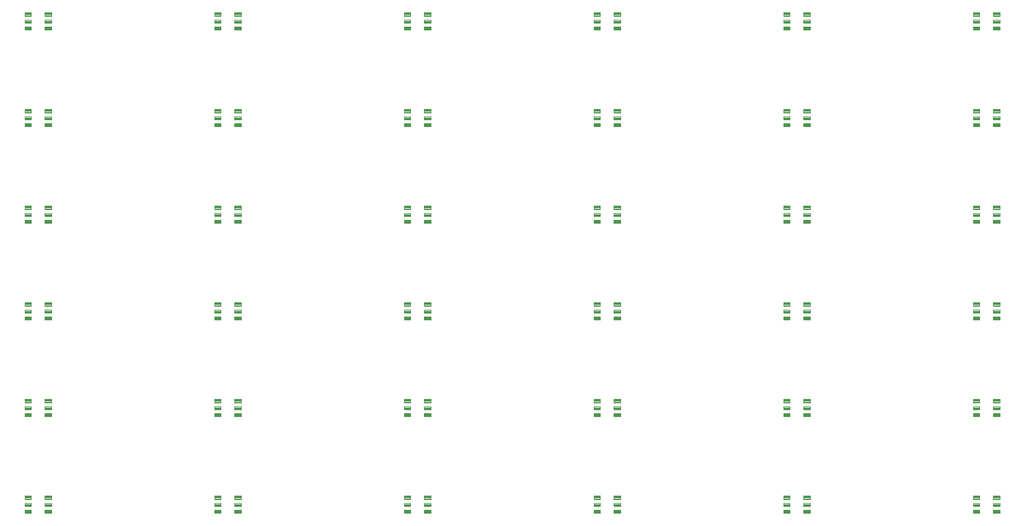
<source format=gbp>
G04 EAGLE Gerber RS-274X export*
G75*
%MOMM*%
%FSLAX34Y34*%
%LPD*%
%INSolderpaste Bottom*%
%IPPOS*%
%AMOC8*
5,1,8,0,0,1.08239X$1,22.5*%
G01*
%ADD10C,0.100581*%


D10*
X134489Y91039D02*
X143261Y91039D01*
X143261Y86457D01*
X134489Y86457D01*
X134489Y91039D01*
X134489Y87413D02*
X143261Y87413D01*
X143261Y88369D02*
X134489Y88369D01*
X134489Y89325D02*
X143261Y89325D01*
X143261Y90281D02*
X134489Y90281D01*
X134489Y81539D02*
X143261Y81539D01*
X143261Y76957D01*
X134489Y76957D01*
X134489Y81539D01*
X134489Y77913D02*
X143261Y77913D01*
X143261Y78869D02*
X134489Y78869D01*
X134489Y79825D02*
X143261Y79825D01*
X143261Y80781D02*
X134489Y80781D01*
X134489Y72039D02*
X143261Y72039D01*
X143261Y67457D01*
X134489Y67457D01*
X134489Y72039D01*
X134489Y68413D02*
X143261Y68413D01*
X143261Y69369D02*
X134489Y69369D01*
X134489Y70325D02*
X143261Y70325D01*
X143261Y71281D02*
X134489Y71281D01*
X115956Y72039D02*
X107184Y72039D01*
X115956Y72039D02*
X115956Y67457D01*
X107184Y67457D01*
X107184Y72039D01*
X107184Y68413D02*
X115956Y68413D01*
X115956Y69369D02*
X107184Y69369D01*
X107184Y70325D02*
X115956Y70325D01*
X115956Y71281D02*
X107184Y71281D01*
X107184Y81539D02*
X115956Y81539D01*
X115956Y76957D01*
X107184Y76957D01*
X107184Y81539D01*
X107184Y77913D02*
X115956Y77913D01*
X115956Y78869D02*
X107184Y78869D01*
X107184Y79825D02*
X115956Y79825D01*
X115956Y80781D02*
X107184Y80781D01*
X107184Y91039D02*
X115956Y91039D01*
X115956Y86457D01*
X107184Y86457D01*
X107184Y91039D01*
X107184Y87413D02*
X115956Y87413D01*
X115956Y88369D02*
X107184Y88369D01*
X107184Y89325D02*
X115956Y89325D01*
X115956Y90281D02*
X107184Y90281D01*
X393569Y91039D02*
X402341Y91039D01*
X402341Y86457D01*
X393569Y86457D01*
X393569Y91039D01*
X393569Y87413D02*
X402341Y87413D01*
X402341Y88369D02*
X393569Y88369D01*
X393569Y89325D02*
X402341Y89325D01*
X402341Y90281D02*
X393569Y90281D01*
X393569Y81539D02*
X402341Y81539D01*
X402341Y76957D01*
X393569Y76957D01*
X393569Y81539D01*
X393569Y77913D02*
X402341Y77913D01*
X402341Y78869D02*
X393569Y78869D01*
X393569Y79825D02*
X402341Y79825D01*
X402341Y80781D02*
X393569Y80781D01*
X393569Y72039D02*
X402341Y72039D01*
X402341Y67457D01*
X393569Y67457D01*
X393569Y72039D01*
X393569Y68413D02*
X402341Y68413D01*
X402341Y69369D02*
X393569Y69369D01*
X393569Y70325D02*
X402341Y70325D01*
X402341Y71281D02*
X393569Y71281D01*
X375036Y72039D02*
X366264Y72039D01*
X375036Y72039D02*
X375036Y67457D01*
X366264Y67457D01*
X366264Y72039D01*
X366264Y68413D02*
X375036Y68413D01*
X375036Y69369D02*
X366264Y69369D01*
X366264Y70325D02*
X375036Y70325D01*
X375036Y71281D02*
X366264Y71281D01*
X366264Y81539D02*
X375036Y81539D01*
X375036Y76957D01*
X366264Y76957D01*
X366264Y81539D01*
X366264Y77913D02*
X375036Y77913D01*
X375036Y78869D02*
X366264Y78869D01*
X366264Y79825D02*
X375036Y79825D01*
X375036Y80781D02*
X366264Y80781D01*
X366264Y91039D02*
X375036Y91039D01*
X375036Y86457D01*
X366264Y86457D01*
X366264Y91039D01*
X366264Y87413D02*
X375036Y87413D01*
X375036Y88369D02*
X366264Y88369D01*
X366264Y89325D02*
X375036Y89325D01*
X375036Y90281D02*
X366264Y90281D01*
X652649Y91039D02*
X661421Y91039D01*
X661421Y86457D01*
X652649Y86457D01*
X652649Y91039D01*
X652649Y87413D02*
X661421Y87413D01*
X661421Y88369D02*
X652649Y88369D01*
X652649Y89325D02*
X661421Y89325D01*
X661421Y90281D02*
X652649Y90281D01*
X652649Y81539D02*
X661421Y81539D01*
X661421Y76957D01*
X652649Y76957D01*
X652649Y81539D01*
X652649Y77913D02*
X661421Y77913D01*
X661421Y78869D02*
X652649Y78869D01*
X652649Y79825D02*
X661421Y79825D01*
X661421Y80781D02*
X652649Y80781D01*
X652649Y72039D02*
X661421Y72039D01*
X661421Y67457D01*
X652649Y67457D01*
X652649Y72039D01*
X652649Y68413D02*
X661421Y68413D01*
X661421Y69369D02*
X652649Y69369D01*
X652649Y70325D02*
X661421Y70325D01*
X661421Y71281D02*
X652649Y71281D01*
X634116Y72039D02*
X625344Y72039D01*
X634116Y72039D02*
X634116Y67457D01*
X625344Y67457D01*
X625344Y72039D01*
X625344Y68413D02*
X634116Y68413D01*
X634116Y69369D02*
X625344Y69369D01*
X625344Y70325D02*
X634116Y70325D01*
X634116Y71281D02*
X625344Y71281D01*
X625344Y81539D02*
X634116Y81539D01*
X634116Y76957D01*
X625344Y76957D01*
X625344Y81539D01*
X625344Y77913D02*
X634116Y77913D01*
X634116Y78869D02*
X625344Y78869D01*
X625344Y79825D02*
X634116Y79825D01*
X634116Y80781D02*
X625344Y80781D01*
X625344Y91039D02*
X634116Y91039D01*
X634116Y86457D01*
X625344Y86457D01*
X625344Y91039D01*
X625344Y87413D02*
X634116Y87413D01*
X634116Y88369D02*
X625344Y88369D01*
X625344Y89325D02*
X634116Y89325D01*
X634116Y90281D02*
X625344Y90281D01*
X911729Y91039D02*
X920501Y91039D01*
X920501Y86457D01*
X911729Y86457D01*
X911729Y91039D01*
X911729Y87413D02*
X920501Y87413D01*
X920501Y88369D02*
X911729Y88369D01*
X911729Y89325D02*
X920501Y89325D01*
X920501Y90281D02*
X911729Y90281D01*
X911729Y81539D02*
X920501Y81539D01*
X920501Y76957D01*
X911729Y76957D01*
X911729Y81539D01*
X911729Y77913D02*
X920501Y77913D01*
X920501Y78869D02*
X911729Y78869D01*
X911729Y79825D02*
X920501Y79825D01*
X920501Y80781D02*
X911729Y80781D01*
X911729Y72039D02*
X920501Y72039D01*
X920501Y67457D01*
X911729Y67457D01*
X911729Y72039D01*
X911729Y68413D02*
X920501Y68413D01*
X920501Y69369D02*
X911729Y69369D01*
X911729Y70325D02*
X920501Y70325D01*
X920501Y71281D02*
X911729Y71281D01*
X893196Y72039D02*
X884424Y72039D01*
X893196Y72039D02*
X893196Y67457D01*
X884424Y67457D01*
X884424Y72039D01*
X884424Y68413D02*
X893196Y68413D01*
X893196Y69369D02*
X884424Y69369D01*
X884424Y70325D02*
X893196Y70325D01*
X893196Y71281D02*
X884424Y71281D01*
X884424Y81539D02*
X893196Y81539D01*
X893196Y76957D01*
X884424Y76957D01*
X884424Y81539D01*
X884424Y77913D02*
X893196Y77913D01*
X893196Y78869D02*
X884424Y78869D01*
X884424Y79825D02*
X893196Y79825D01*
X893196Y80781D02*
X884424Y80781D01*
X884424Y91039D02*
X893196Y91039D01*
X893196Y86457D01*
X884424Y86457D01*
X884424Y91039D01*
X884424Y87413D02*
X893196Y87413D01*
X893196Y88369D02*
X884424Y88369D01*
X884424Y89325D02*
X893196Y89325D01*
X893196Y90281D02*
X884424Y90281D01*
X1170809Y91039D02*
X1179581Y91039D01*
X1179581Y86457D01*
X1170809Y86457D01*
X1170809Y91039D01*
X1170809Y87413D02*
X1179581Y87413D01*
X1179581Y88369D02*
X1170809Y88369D01*
X1170809Y89325D02*
X1179581Y89325D01*
X1179581Y90281D02*
X1170809Y90281D01*
X1170809Y81539D02*
X1179581Y81539D01*
X1179581Y76957D01*
X1170809Y76957D01*
X1170809Y81539D01*
X1170809Y77913D02*
X1179581Y77913D01*
X1179581Y78869D02*
X1170809Y78869D01*
X1170809Y79825D02*
X1179581Y79825D01*
X1179581Y80781D02*
X1170809Y80781D01*
X1170809Y72039D02*
X1179581Y72039D01*
X1179581Y67457D01*
X1170809Y67457D01*
X1170809Y72039D01*
X1170809Y68413D02*
X1179581Y68413D01*
X1179581Y69369D02*
X1170809Y69369D01*
X1170809Y70325D02*
X1179581Y70325D01*
X1179581Y71281D02*
X1170809Y71281D01*
X1152276Y72039D02*
X1143504Y72039D01*
X1152276Y72039D02*
X1152276Y67457D01*
X1143504Y67457D01*
X1143504Y72039D01*
X1143504Y68413D02*
X1152276Y68413D01*
X1152276Y69369D02*
X1143504Y69369D01*
X1143504Y70325D02*
X1152276Y70325D01*
X1152276Y71281D02*
X1143504Y71281D01*
X1143504Y81539D02*
X1152276Y81539D01*
X1152276Y76957D01*
X1143504Y76957D01*
X1143504Y81539D01*
X1143504Y77913D02*
X1152276Y77913D01*
X1152276Y78869D02*
X1143504Y78869D01*
X1143504Y79825D02*
X1152276Y79825D01*
X1152276Y80781D02*
X1143504Y80781D01*
X1143504Y91039D02*
X1152276Y91039D01*
X1152276Y86457D01*
X1143504Y86457D01*
X1143504Y91039D01*
X1143504Y87413D02*
X1152276Y87413D01*
X1152276Y88369D02*
X1143504Y88369D01*
X1143504Y89325D02*
X1152276Y89325D01*
X1152276Y90281D02*
X1143504Y90281D01*
X1429889Y91039D02*
X1438661Y91039D01*
X1438661Y86457D01*
X1429889Y86457D01*
X1429889Y91039D01*
X1429889Y87413D02*
X1438661Y87413D01*
X1438661Y88369D02*
X1429889Y88369D01*
X1429889Y89325D02*
X1438661Y89325D01*
X1438661Y90281D02*
X1429889Y90281D01*
X1429889Y81539D02*
X1438661Y81539D01*
X1438661Y76957D01*
X1429889Y76957D01*
X1429889Y81539D01*
X1429889Y77913D02*
X1438661Y77913D01*
X1438661Y78869D02*
X1429889Y78869D01*
X1429889Y79825D02*
X1438661Y79825D01*
X1438661Y80781D02*
X1429889Y80781D01*
X1429889Y72039D02*
X1438661Y72039D01*
X1438661Y67457D01*
X1429889Y67457D01*
X1429889Y72039D01*
X1429889Y68413D02*
X1438661Y68413D01*
X1438661Y69369D02*
X1429889Y69369D01*
X1429889Y70325D02*
X1438661Y70325D01*
X1438661Y71281D02*
X1429889Y71281D01*
X1411356Y72039D02*
X1402584Y72039D01*
X1411356Y72039D02*
X1411356Y67457D01*
X1402584Y67457D01*
X1402584Y72039D01*
X1402584Y68413D02*
X1411356Y68413D01*
X1411356Y69369D02*
X1402584Y69369D01*
X1402584Y70325D02*
X1411356Y70325D01*
X1411356Y71281D02*
X1402584Y71281D01*
X1402584Y81539D02*
X1411356Y81539D01*
X1411356Y76957D01*
X1402584Y76957D01*
X1402584Y81539D01*
X1402584Y77913D02*
X1411356Y77913D01*
X1411356Y78869D02*
X1402584Y78869D01*
X1402584Y79825D02*
X1411356Y79825D01*
X1411356Y80781D02*
X1402584Y80781D01*
X1402584Y91039D02*
X1411356Y91039D01*
X1411356Y86457D01*
X1402584Y86457D01*
X1402584Y91039D01*
X1402584Y87413D02*
X1411356Y87413D01*
X1411356Y88369D02*
X1402584Y88369D01*
X1402584Y89325D02*
X1411356Y89325D01*
X1411356Y90281D02*
X1402584Y90281D01*
X143261Y223119D02*
X134489Y223119D01*
X143261Y223119D02*
X143261Y218537D01*
X134489Y218537D01*
X134489Y223119D01*
X134489Y219493D02*
X143261Y219493D01*
X143261Y220449D02*
X134489Y220449D01*
X134489Y221405D02*
X143261Y221405D01*
X143261Y222361D02*
X134489Y222361D01*
X134489Y213619D02*
X143261Y213619D01*
X143261Y209037D01*
X134489Y209037D01*
X134489Y213619D01*
X134489Y209993D02*
X143261Y209993D01*
X143261Y210949D02*
X134489Y210949D01*
X134489Y211905D02*
X143261Y211905D01*
X143261Y212861D02*
X134489Y212861D01*
X134489Y204119D02*
X143261Y204119D01*
X143261Y199537D01*
X134489Y199537D01*
X134489Y204119D01*
X134489Y200493D02*
X143261Y200493D01*
X143261Y201449D02*
X134489Y201449D01*
X134489Y202405D02*
X143261Y202405D01*
X143261Y203361D02*
X134489Y203361D01*
X115956Y204119D02*
X107184Y204119D01*
X115956Y204119D02*
X115956Y199537D01*
X107184Y199537D01*
X107184Y204119D01*
X107184Y200493D02*
X115956Y200493D01*
X115956Y201449D02*
X107184Y201449D01*
X107184Y202405D02*
X115956Y202405D01*
X115956Y203361D02*
X107184Y203361D01*
X107184Y213619D02*
X115956Y213619D01*
X115956Y209037D01*
X107184Y209037D01*
X107184Y213619D01*
X107184Y209993D02*
X115956Y209993D01*
X115956Y210949D02*
X107184Y210949D01*
X107184Y211905D02*
X115956Y211905D01*
X115956Y212861D02*
X107184Y212861D01*
X107184Y223119D02*
X115956Y223119D01*
X115956Y218537D01*
X107184Y218537D01*
X107184Y223119D01*
X107184Y219493D02*
X115956Y219493D01*
X115956Y220449D02*
X107184Y220449D01*
X107184Y221405D02*
X115956Y221405D01*
X115956Y222361D02*
X107184Y222361D01*
X393569Y223119D02*
X402341Y223119D01*
X402341Y218537D01*
X393569Y218537D01*
X393569Y223119D01*
X393569Y219493D02*
X402341Y219493D01*
X402341Y220449D02*
X393569Y220449D01*
X393569Y221405D02*
X402341Y221405D01*
X402341Y222361D02*
X393569Y222361D01*
X393569Y213619D02*
X402341Y213619D01*
X402341Y209037D01*
X393569Y209037D01*
X393569Y213619D01*
X393569Y209993D02*
X402341Y209993D01*
X402341Y210949D02*
X393569Y210949D01*
X393569Y211905D02*
X402341Y211905D01*
X402341Y212861D02*
X393569Y212861D01*
X393569Y204119D02*
X402341Y204119D01*
X402341Y199537D01*
X393569Y199537D01*
X393569Y204119D01*
X393569Y200493D02*
X402341Y200493D01*
X402341Y201449D02*
X393569Y201449D01*
X393569Y202405D02*
X402341Y202405D01*
X402341Y203361D02*
X393569Y203361D01*
X375036Y204119D02*
X366264Y204119D01*
X375036Y204119D02*
X375036Y199537D01*
X366264Y199537D01*
X366264Y204119D01*
X366264Y200493D02*
X375036Y200493D01*
X375036Y201449D02*
X366264Y201449D01*
X366264Y202405D02*
X375036Y202405D01*
X375036Y203361D02*
X366264Y203361D01*
X366264Y213619D02*
X375036Y213619D01*
X375036Y209037D01*
X366264Y209037D01*
X366264Y213619D01*
X366264Y209993D02*
X375036Y209993D01*
X375036Y210949D02*
X366264Y210949D01*
X366264Y211905D02*
X375036Y211905D01*
X375036Y212861D02*
X366264Y212861D01*
X366264Y223119D02*
X375036Y223119D01*
X375036Y218537D01*
X366264Y218537D01*
X366264Y223119D01*
X366264Y219493D02*
X375036Y219493D01*
X375036Y220449D02*
X366264Y220449D01*
X366264Y221405D02*
X375036Y221405D01*
X375036Y222361D02*
X366264Y222361D01*
X652649Y223119D02*
X661421Y223119D01*
X661421Y218537D01*
X652649Y218537D01*
X652649Y223119D01*
X652649Y219493D02*
X661421Y219493D01*
X661421Y220449D02*
X652649Y220449D01*
X652649Y221405D02*
X661421Y221405D01*
X661421Y222361D02*
X652649Y222361D01*
X652649Y213619D02*
X661421Y213619D01*
X661421Y209037D01*
X652649Y209037D01*
X652649Y213619D01*
X652649Y209993D02*
X661421Y209993D01*
X661421Y210949D02*
X652649Y210949D01*
X652649Y211905D02*
X661421Y211905D01*
X661421Y212861D02*
X652649Y212861D01*
X652649Y204119D02*
X661421Y204119D01*
X661421Y199537D01*
X652649Y199537D01*
X652649Y204119D01*
X652649Y200493D02*
X661421Y200493D01*
X661421Y201449D02*
X652649Y201449D01*
X652649Y202405D02*
X661421Y202405D01*
X661421Y203361D02*
X652649Y203361D01*
X634116Y204119D02*
X625344Y204119D01*
X634116Y204119D02*
X634116Y199537D01*
X625344Y199537D01*
X625344Y204119D01*
X625344Y200493D02*
X634116Y200493D01*
X634116Y201449D02*
X625344Y201449D01*
X625344Y202405D02*
X634116Y202405D01*
X634116Y203361D02*
X625344Y203361D01*
X625344Y213619D02*
X634116Y213619D01*
X634116Y209037D01*
X625344Y209037D01*
X625344Y213619D01*
X625344Y209993D02*
X634116Y209993D01*
X634116Y210949D02*
X625344Y210949D01*
X625344Y211905D02*
X634116Y211905D01*
X634116Y212861D02*
X625344Y212861D01*
X625344Y223119D02*
X634116Y223119D01*
X634116Y218537D01*
X625344Y218537D01*
X625344Y223119D01*
X625344Y219493D02*
X634116Y219493D01*
X634116Y220449D02*
X625344Y220449D01*
X625344Y221405D02*
X634116Y221405D01*
X634116Y222361D02*
X625344Y222361D01*
X911729Y223119D02*
X920501Y223119D01*
X920501Y218537D01*
X911729Y218537D01*
X911729Y223119D01*
X911729Y219493D02*
X920501Y219493D01*
X920501Y220449D02*
X911729Y220449D01*
X911729Y221405D02*
X920501Y221405D01*
X920501Y222361D02*
X911729Y222361D01*
X911729Y213619D02*
X920501Y213619D01*
X920501Y209037D01*
X911729Y209037D01*
X911729Y213619D01*
X911729Y209993D02*
X920501Y209993D01*
X920501Y210949D02*
X911729Y210949D01*
X911729Y211905D02*
X920501Y211905D01*
X920501Y212861D02*
X911729Y212861D01*
X911729Y204119D02*
X920501Y204119D01*
X920501Y199537D01*
X911729Y199537D01*
X911729Y204119D01*
X911729Y200493D02*
X920501Y200493D01*
X920501Y201449D02*
X911729Y201449D01*
X911729Y202405D02*
X920501Y202405D01*
X920501Y203361D02*
X911729Y203361D01*
X893196Y204119D02*
X884424Y204119D01*
X893196Y204119D02*
X893196Y199537D01*
X884424Y199537D01*
X884424Y204119D01*
X884424Y200493D02*
X893196Y200493D01*
X893196Y201449D02*
X884424Y201449D01*
X884424Y202405D02*
X893196Y202405D01*
X893196Y203361D02*
X884424Y203361D01*
X884424Y213619D02*
X893196Y213619D01*
X893196Y209037D01*
X884424Y209037D01*
X884424Y213619D01*
X884424Y209993D02*
X893196Y209993D01*
X893196Y210949D02*
X884424Y210949D01*
X884424Y211905D02*
X893196Y211905D01*
X893196Y212861D02*
X884424Y212861D01*
X884424Y223119D02*
X893196Y223119D01*
X893196Y218537D01*
X884424Y218537D01*
X884424Y223119D01*
X884424Y219493D02*
X893196Y219493D01*
X893196Y220449D02*
X884424Y220449D01*
X884424Y221405D02*
X893196Y221405D01*
X893196Y222361D02*
X884424Y222361D01*
X1170809Y223119D02*
X1179581Y223119D01*
X1179581Y218537D01*
X1170809Y218537D01*
X1170809Y223119D01*
X1170809Y219493D02*
X1179581Y219493D01*
X1179581Y220449D02*
X1170809Y220449D01*
X1170809Y221405D02*
X1179581Y221405D01*
X1179581Y222361D02*
X1170809Y222361D01*
X1170809Y213619D02*
X1179581Y213619D01*
X1179581Y209037D01*
X1170809Y209037D01*
X1170809Y213619D01*
X1170809Y209993D02*
X1179581Y209993D01*
X1179581Y210949D02*
X1170809Y210949D01*
X1170809Y211905D02*
X1179581Y211905D01*
X1179581Y212861D02*
X1170809Y212861D01*
X1170809Y204119D02*
X1179581Y204119D01*
X1179581Y199537D01*
X1170809Y199537D01*
X1170809Y204119D01*
X1170809Y200493D02*
X1179581Y200493D01*
X1179581Y201449D02*
X1170809Y201449D01*
X1170809Y202405D02*
X1179581Y202405D01*
X1179581Y203361D02*
X1170809Y203361D01*
X1152276Y204119D02*
X1143504Y204119D01*
X1152276Y204119D02*
X1152276Y199537D01*
X1143504Y199537D01*
X1143504Y204119D01*
X1143504Y200493D02*
X1152276Y200493D01*
X1152276Y201449D02*
X1143504Y201449D01*
X1143504Y202405D02*
X1152276Y202405D01*
X1152276Y203361D02*
X1143504Y203361D01*
X1143504Y213619D02*
X1152276Y213619D01*
X1152276Y209037D01*
X1143504Y209037D01*
X1143504Y213619D01*
X1143504Y209993D02*
X1152276Y209993D01*
X1152276Y210949D02*
X1143504Y210949D01*
X1143504Y211905D02*
X1152276Y211905D01*
X1152276Y212861D02*
X1143504Y212861D01*
X1143504Y223119D02*
X1152276Y223119D01*
X1152276Y218537D01*
X1143504Y218537D01*
X1143504Y223119D01*
X1143504Y219493D02*
X1152276Y219493D01*
X1152276Y220449D02*
X1143504Y220449D01*
X1143504Y221405D02*
X1152276Y221405D01*
X1152276Y222361D02*
X1143504Y222361D01*
X1429889Y223119D02*
X1438661Y223119D01*
X1438661Y218537D01*
X1429889Y218537D01*
X1429889Y223119D01*
X1429889Y219493D02*
X1438661Y219493D01*
X1438661Y220449D02*
X1429889Y220449D01*
X1429889Y221405D02*
X1438661Y221405D01*
X1438661Y222361D02*
X1429889Y222361D01*
X1429889Y213619D02*
X1438661Y213619D01*
X1438661Y209037D01*
X1429889Y209037D01*
X1429889Y213619D01*
X1429889Y209993D02*
X1438661Y209993D01*
X1438661Y210949D02*
X1429889Y210949D01*
X1429889Y211905D02*
X1438661Y211905D01*
X1438661Y212861D02*
X1429889Y212861D01*
X1429889Y204119D02*
X1438661Y204119D01*
X1438661Y199537D01*
X1429889Y199537D01*
X1429889Y204119D01*
X1429889Y200493D02*
X1438661Y200493D01*
X1438661Y201449D02*
X1429889Y201449D01*
X1429889Y202405D02*
X1438661Y202405D01*
X1438661Y203361D02*
X1429889Y203361D01*
X1411356Y204119D02*
X1402584Y204119D01*
X1411356Y204119D02*
X1411356Y199537D01*
X1402584Y199537D01*
X1402584Y204119D01*
X1402584Y200493D02*
X1411356Y200493D01*
X1411356Y201449D02*
X1402584Y201449D01*
X1402584Y202405D02*
X1411356Y202405D01*
X1411356Y203361D02*
X1402584Y203361D01*
X1402584Y213619D02*
X1411356Y213619D01*
X1411356Y209037D01*
X1402584Y209037D01*
X1402584Y213619D01*
X1402584Y209993D02*
X1411356Y209993D01*
X1411356Y210949D02*
X1402584Y210949D01*
X1402584Y211905D02*
X1411356Y211905D01*
X1411356Y212861D02*
X1402584Y212861D01*
X1402584Y223119D02*
X1411356Y223119D01*
X1411356Y218537D01*
X1402584Y218537D01*
X1402584Y223119D01*
X1402584Y219493D02*
X1411356Y219493D01*
X1411356Y220449D02*
X1402584Y220449D01*
X1402584Y221405D02*
X1411356Y221405D01*
X1411356Y222361D02*
X1402584Y222361D01*
X143261Y355199D02*
X134489Y355199D01*
X143261Y355199D02*
X143261Y350617D01*
X134489Y350617D01*
X134489Y355199D01*
X134489Y351573D02*
X143261Y351573D01*
X143261Y352529D02*
X134489Y352529D01*
X134489Y353485D02*
X143261Y353485D01*
X143261Y354441D02*
X134489Y354441D01*
X134489Y345699D02*
X143261Y345699D01*
X143261Y341117D01*
X134489Y341117D01*
X134489Y345699D01*
X134489Y342073D02*
X143261Y342073D01*
X143261Y343029D02*
X134489Y343029D01*
X134489Y343985D02*
X143261Y343985D01*
X143261Y344941D02*
X134489Y344941D01*
X134489Y336199D02*
X143261Y336199D01*
X143261Y331617D01*
X134489Y331617D01*
X134489Y336199D01*
X134489Y332573D02*
X143261Y332573D01*
X143261Y333529D02*
X134489Y333529D01*
X134489Y334485D02*
X143261Y334485D01*
X143261Y335441D02*
X134489Y335441D01*
X115956Y336199D02*
X107184Y336199D01*
X115956Y336199D02*
X115956Y331617D01*
X107184Y331617D01*
X107184Y336199D01*
X107184Y332573D02*
X115956Y332573D01*
X115956Y333529D02*
X107184Y333529D01*
X107184Y334485D02*
X115956Y334485D01*
X115956Y335441D02*
X107184Y335441D01*
X107184Y345699D02*
X115956Y345699D01*
X115956Y341117D01*
X107184Y341117D01*
X107184Y345699D01*
X107184Y342073D02*
X115956Y342073D01*
X115956Y343029D02*
X107184Y343029D01*
X107184Y343985D02*
X115956Y343985D01*
X115956Y344941D02*
X107184Y344941D01*
X107184Y355199D02*
X115956Y355199D01*
X115956Y350617D01*
X107184Y350617D01*
X107184Y355199D01*
X107184Y351573D02*
X115956Y351573D01*
X115956Y352529D02*
X107184Y352529D01*
X107184Y353485D02*
X115956Y353485D01*
X115956Y354441D02*
X107184Y354441D01*
X393569Y355199D02*
X402341Y355199D01*
X402341Y350617D01*
X393569Y350617D01*
X393569Y355199D01*
X393569Y351573D02*
X402341Y351573D01*
X402341Y352529D02*
X393569Y352529D01*
X393569Y353485D02*
X402341Y353485D01*
X402341Y354441D02*
X393569Y354441D01*
X393569Y345699D02*
X402341Y345699D01*
X402341Y341117D01*
X393569Y341117D01*
X393569Y345699D01*
X393569Y342073D02*
X402341Y342073D01*
X402341Y343029D02*
X393569Y343029D01*
X393569Y343985D02*
X402341Y343985D01*
X402341Y344941D02*
X393569Y344941D01*
X393569Y336199D02*
X402341Y336199D01*
X402341Y331617D01*
X393569Y331617D01*
X393569Y336199D01*
X393569Y332573D02*
X402341Y332573D01*
X402341Y333529D02*
X393569Y333529D01*
X393569Y334485D02*
X402341Y334485D01*
X402341Y335441D02*
X393569Y335441D01*
X375036Y336199D02*
X366264Y336199D01*
X375036Y336199D02*
X375036Y331617D01*
X366264Y331617D01*
X366264Y336199D01*
X366264Y332573D02*
X375036Y332573D01*
X375036Y333529D02*
X366264Y333529D01*
X366264Y334485D02*
X375036Y334485D01*
X375036Y335441D02*
X366264Y335441D01*
X366264Y345699D02*
X375036Y345699D01*
X375036Y341117D01*
X366264Y341117D01*
X366264Y345699D01*
X366264Y342073D02*
X375036Y342073D01*
X375036Y343029D02*
X366264Y343029D01*
X366264Y343985D02*
X375036Y343985D01*
X375036Y344941D02*
X366264Y344941D01*
X366264Y355199D02*
X375036Y355199D01*
X375036Y350617D01*
X366264Y350617D01*
X366264Y355199D01*
X366264Y351573D02*
X375036Y351573D01*
X375036Y352529D02*
X366264Y352529D01*
X366264Y353485D02*
X375036Y353485D01*
X375036Y354441D02*
X366264Y354441D01*
X652649Y355199D02*
X661421Y355199D01*
X661421Y350617D01*
X652649Y350617D01*
X652649Y355199D01*
X652649Y351573D02*
X661421Y351573D01*
X661421Y352529D02*
X652649Y352529D01*
X652649Y353485D02*
X661421Y353485D01*
X661421Y354441D02*
X652649Y354441D01*
X652649Y345699D02*
X661421Y345699D01*
X661421Y341117D01*
X652649Y341117D01*
X652649Y345699D01*
X652649Y342073D02*
X661421Y342073D01*
X661421Y343029D02*
X652649Y343029D01*
X652649Y343985D02*
X661421Y343985D01*
X661421Y344941D02*
X652649Y344941D01*
X652649Y336199D02*
X661421Y336199D01*
X661421Y331617D01*
X652649Y331617D01*
X652649Y336199D01*
X652649Y332573D02*
X661421Y332573D01*
X661421Y333529D02*
X652649Y333529D01*
X652649Y334485D02*
X661421Y334485D01*
X661421Y335441D02*
X652649Y335441D01*
X634116Y336199D02*
X625344Y336199D01*
X634116Y336199D02*
X634116Y331617D01*
X625344Y331617D01*
X625344Y336199D01*
X625344Y332573D02*
X634116Y332573D01*
X634116Y333529D02*
X625344Y333529D01*
X625344Y334485D02*
X634116Y334485D01*
X634116Y335441D02*
X625344Y335441D01*
X625344Y345699D02*
X634116Y345699D01*
X634116Y341117D01*
X625344Y341117D01*
X625344Y345699D01*
X625344Y342073D02*
X634116Y342073D01*
X634116Y343029D02*
X625344Y343029D01*
X625344Y343985D02*
X634116Y343985D01*
X634116Y344941D02*
X625344Y344941D01*
X625344Y355199D02*
X634116Y355199D01*
X634116Y350617D01*
X625344Y350617D01*
X625344Y355199D01*
X625344Y351573D02*
X634116Y351573D01*
X634116Y352529D02*
X625344Y352529D01*
X625344Y353485D02*
X634116Y353485D01*
X634116Y354441D02*
X625344Y354441D01*
X911729Y355199D02*
X920501Y355199D01*
X920501Y350617D01*
X911729Y350617D01*
X911729Y355199D01*
X911729Y351573D02*
X920501Y351573D01*
X920501Y352529D02*
X911729Y352529D01*
X911729Y353485D02*
X920501Y353485D01*
X920501Y354441D02*
X911729Y354441D01*
X911729Y345699D02*
X920501Y345699D01*
X920501Y341117D01*
X911729Y341117D01*
X911729Y345699D01*
X911729Y342073D02*
X920501Y342073D01*
X920501Y343029D02*
X911729Y343029D01*
X911729Y343985D02*
X920501Y343985D01*
X920501Y344941D02*
X911729Y344941D01*
X911729Y336199D02*
X920501Y336199D01*
X920501Y331617D01*
X911729Y331617D01*
X911729Y336199D01*
X911729Y332573D02*
X920501Y332573D01*
X920501Y333529D02*
X911729Y333529D01*
X911729Y334485D02*
X920501Y334485D01*
X920501Y335441D02*
X911729Y335441D01*
X893196Y336199D02*
X884424Y336199D01*
X893196Y336199D02*
X893196Y331617D01*
X884424Y331617D01*
X884424Y336199D01*
X884424Y332573D02*
X893196Y332573D01*
X893196Y333529D02*
X884424Y333529D01*
X884424Y334485D02*
X893196Y334485D01*
X893196Y335441D02*
X884424Y335441D01*
X884424Y345699D02*
X893196Y345699D01*
X893196Y341117D01*
X884424Y341117D01*
X884424Y345699D01*
X884424Y342073D02*
X893196Y342073D01*
X893196Y343029D02*
X884424Y343029D01*
X884424Y343985D02*
X893196Y343985D01*
X893196Y344941D02*
X884424Y344941D01*
X884424Y355199D02*
X893196Y355199D01*
X893196Y350617D01*
X884424Y350617D01*
X884424Y355199D01*
X884424Y351573D02*
X893196Y351573D01*
X893196Y352529D02*
X884424Y352529D01*
X884424Y353485D02*
X893196Y353485D01*
X893196Y354441D02*
X884424Y354441D01*
X1170809Y355199D02*
X1179581Y355199D01*
X1179581Y350617D01*
X1170809Y350617D01*
X1170809Y355199D01*
X1170809Y351573D02*
X1179581Y351573D01*
X1179581Y352529D02*
X1170809Y352529D01*
X1170809Y353485D02*
X1179581Y353485D01*
X1179581Y354441D02*
X1170809Y354441D01*
X1170809Y345699D02*
X1179581Y345699D01*
X1179581Y341117D01*
X1170809Y341117D01*
X1170809Y345699D01*
X1170809Y342073D02*
X1179581Y342073D01*
X1179581Y343029D02*
X1170809Y343029D01*
X1170809Y343985D02*
X1179581Y343985D01*
X1179581Y344941D02*
X1170809Y344941D01*
X1170809Y336199D02*
X1179581Y336199D01*
X1179581Y331617D01*
X1170809Y331617D01*
X1170809Y336199D01*
X1170809Y332573D02*
X1179581Y332573D01*
X1179581Y333529D02*
X1170809Y333529D01*
X1170809Y334485D02*
X1179581Y334485D01*
X1179581Y335441D02*
X1170809Y335441D01*
X1152276Y336199D02*
X1143504Y336199D01*
X1152276Y336199D02*
X1152276Y331617D01*
X1143504Y331617D01*
X1143504Y336199D01*
X1143504Y332573D02*
X1152276Y332573D01*
X1152276Y333529D02*
X1143504Y333529D01*
X1143504Y334485D02*
X1152276Y334485D01*
X1152276Y335441D02*
X1143504Y335441D01*
X1143504Y345699D02*
X1152276Y345699D01*
X1152276Y341117D01*
X1143504Y341117D01*
X1143504Y345699D01*
X1143504Y342073D02*
X1152276Y342073D01*
X1152276Y343029D02*
X1143504Y343029D01*
X1143504Y343985D02*
X1152276Y343985D01*
X1152276Y344941D02*
X1143504Y344941D01*
X1143504Y355199D02*
X1152276Y355199D01*
X1152276Y350617D01*
X1143504Y350617D01*
X1143504Y355199D01*
X1143504Y351573D02*
X1152276Y351573D01*
X1152276Y352529D02*
X1143504Y352529D01*
X1143504Y353485D02*
X1152276Y353485D01*
X1152276Y354441D02*
X1143504Y354441D01*
X1429889Y355199D02*
X1438661Y355199D01*
X1438661Y350617D01*
X1429889Y350617D01*
X1429889Y355199D01*
X1429889Y351573D02*
X1438661Y351573D01*
X1438661Y352529D02*
X1429889Y352529D01*
X1429889Y353485D02*
X1438661Y353485D01*
X1438661Y354441D02*
X1429889Y354441D01*
X1429889Y345699D02*
X1438661Y345699D01*
X1438661Y341117D01*
X1429889Y341117D01*
X1429889Y345699D01*
X1429889Y342073D02*
X1438661Y342073D01*
X1438661Y343029D02*
X1429889Y343029D01*
X1429889Y343985D02*
X1438661Y343985D01*
X1438661Y344941D02*
X1429889Y344941D01*
X1429889Y336199D02*
X1438661Y336199D01*
X1438661Y331617D01*
X1429889Y331617D01*
X1429889Y336199D01*
X1429889Y332573D02*
X1438661Y332573D01*
X1438661Y333529D02*
X1429889Y333529D01*
X1429889Y334485D02*
X1438661Y334485D01*
X1438661Y335441D02*
X1429889Y335441D01*
X1411356Y336199D02*
X1402584Y336199D01*
X1411356Y336199D02*
X1411356Y331617D01*
X1402584Y331617D01*
X1402584Y336199D01*
X1402584Y332573D02*
X1411356Y332573D01*
X1411356Y333529D02*
X1402584Y333529D01*
X1402584Y334485D02*
X1411356Y334485D01*
X1411356Y335441D02*
X1402584Y335441D01*
X1402584Y345699D02*
X1411356Y345699D01*
X1411356Y341117D01*
X1402584Y341117D01*
X1402584Y345699D01*
X1402584Y342073D02*
X1411356Y342073D01*
X1411356Y343029D02*
X1402584Y343029D01*
X1402584Y343985D02*
X1411356Y343985D01*
X1411356Y344941D02*
X1402584Y344941D01*
X1402584Y355199D02*
X1411356Y355199D01*
X1411356Y350617D01*
X1402584Y350617D01*
X1402584Y355199D01*
X1402584Y351573D02*
X1411356Y351573D01*
X1411356Y352529D02*
X1402584Y352529D01*
X1402584Y353485D02*
X1411356Y353485D01*
X1411356Y354441D02*
X1402584Y354441D01*
X143261Y487279D02*
X134489Y487279D01*
X143261Y487279D02*
X143261Y482697D01*
X134489Y482697D01*
X134489Y487279D01*
X134489Y483653D02*
X143261Y483653D01*
X143261Y484609D02*
X134489Y484609D01*
X134489Y485565D02*
X143261Y485565D01*
X143261Y486521D02*
X134489Y486521D01*
X134489Y477779D02*
X143261Y477779D01*
X143261Y473197D01*
X134489Y473197D01*
X134489Y477779D01*
X134489Y474153D02*
X143261Y474153D01*
X143261Y475109D02*
X134489Y475109D01*
X134489Y476065D02*
X143261Y476065D01*
X143261Y477021D02*
X134489Y477021D01*
X134489Y468279D02*
X143261Y468279D01*
X143261Y463697D01*
X134489Y463697D01*
X134489Y468279D01*
X134489Y464653D02*
X143261Y464653D01*
X143261Y465609D02*
X134489Y465609D01*
X134489Y466565D02*
X143261Y466565D01*
X143261Y467521D02*
X134489Y467521D01*
X115956Y468279D02*
X107184Y468279D01*
X115956Y468279D02*
X115956Y463697D01*
X107184Y463697D01*
X107184Y468279D01*
X107184Y464653D02*
X115956Y464653D01*
X115956Y465609D02*
X107184Y465609D01*
X107184Y466565D02*
X115956Y466565D01*
X115956Y467521D02*
X107184Y467521D01*
X107184Y477779D02*
X115956Y477779D01*
X115956Y473197D01*
X107184Y473197D01*
X107184Y477779D01*
X107184Y474153D02*
X115956Y474153D01*
X115956Y475109D02*
X107184Y475109D01*
X107184Y476065D02*
X115956Y476065D01*
X115956Y477021D02*
X107184Y477021D01*
X107184Y487279D02*
X115956Y487279D01*
X115956Y482697D01*
X107184Y482697D01*
X107184Y487279D01*
X107184Y483653D02*
X115956Y483653D01*
X115956Y484609D02*
X107184Y484609D01*
X107184Y485565D02*
X115956Y485565D01*
X115956Y486521D02*
X107184Y486521D01*
X393569Y487279D02*
X402341Y487279D01*
X402341Y482697D01*
X393569Y482697D01*
X393569Y487279D01*
X393569Y483653D02*
X402341Y483653D01*
X402341Y484609D02*
X393569Y484609D01*
X393569Y485565D02*
X402341Y485565D01*
X402341Y486521D02*
X393569Y486521D01*
X393569Y477779D02*
X402341Y477779D01*
X402341Y473197D01*
X393569Y473197D01*
X393569Y477779D01*
X393569Y474153D02*
X402341Y474153D01*
X402341Y475109D02*
X393569Y475109D01*
X393569Y476065D02*
X402341Y476065D01*
X402341Y477021D02*
X393569Y477021D01*
X393569Y468279D02*
X402341Y468279D01*
X402341Y463697D01*
X393569Y463697D01*
X393569Y468279D01*
X393569Y464653D02*
X402341Y464653D01*
X402341Y465609D02*
X393569Y465609D01*
X393569Y466565D02*
X402341Y466565D01*
X402341Y467521D02*
X393569Y467521D01*
X375036Y468279D02*
X366264Y468279D01*
X375036Y468279D02*
X375036Y463697D01*
X366264Y463697D01*
X366264Y468279D01*
X366264Y464653D02*
X375036Y464653D01*
X375036Y465609D02*
X366264Y465609D01*
X366264Y466565D02*
X375036Y466565D01*
X375036Y467521D02*
X366264Y467521D01*
X366264Y477779D02*
X375036Y477779D01*
X375036Y473197D01*
X366264Y473197D01*
X366264Y477779D01*
X366264Y474153D02*
X375036Y474153D01*
X375036Y475109D02*
X366264Y475109D01*
X366264Y476065D02*
X375036Y476065D01*
X375036Y477021D02*
X366264Y477021D01*
X366264Y487279D02*
X375036Y487279D01*
X375036Y482697D01*
X366264Y482697D01*
X366264Y487279D01*
X366264Y483653D02*
X375036Y483653D01*
X375036Y484609D02*
X366264Y484609D01*
X366264Y485565D02*
X375036Y485565D01*
X375036Y486521D02*
X366264Y486521D01*
X652649Y487279D02*
X661421Y487279D01*
X661421Y482697D01*
X652649Y482697D01*
X652649Y487279D01*
X652649Y483653D02*
X661421Y483653D01*
X661421Y484609D02*
X652649Y484609D01*
X652649Y485565D02*
X661421Y485565D01*
X661421Y486521D02*
X652649Y486521D01*
X652649Y477779D02*
X661421Y477779D01*
X661421Y473197D01*
X652649Y473197D01*
X652649Y477779D01*
X652649Y474153D02*
X661421Y474153D01*
X661421Y475109D02*
X652649Y475109D01*
X652649Y476065D02*
X661421Y476065D01*
X661421Y477021D02*
X652649Y477021D01*
X652649Y468279D02*
X661421Y468279D01*
X661421Y463697D01*
X652649Y463697D01*
X652649Y468279D01*
X652649Y464653D02*
X661421Y464653D01*
X661421Y465609D02*
X652649Y465609D01*
X652649Y466565D02*
X661421Y466565D01*
X661421Y467521D02*
X652649Y467521D01*
X634116Y468279D02*
X625344Y468279D01*
X634116Y468279D02*
X634116Y463697D01*
X625344Y463697D01*
X625344Y468279D01*
X625344Y464653D02*
X634116Y464653D01*
X634116Y465609D02*
X625344Y465609D01*
X625344Y466565D02*
X634116Y466565D01*
X634116Y467521D02*
X625344Y467521D01*
X625344Y477779D02*
X634116Y477779D01*
X634116Y473197D01*
X625344Y473197D01*
X625344Y477779D01*
X625344Y474153D02*
X634116Y474153D01*
X634116Y475109D02*
X625344Y475109D01*
X625344Y476065D02*
X634116Y476065D01*
X634116Y477021D02*
X625344Y477021D01*
X625344Y487279D02*
X634116Y487279D01*
X634116Y482697D01*
X625344Y482697D01*
X625344Y487279D01*
X625344Y483653D02*
X634116Y483653D01*
X634116Y484609D02*
X625344Y484609D01*
X625344Y485565D02*
X634116Y485565D01*
X634116Y486521D02*
X625344Y486521D01*
X911729Y487279D02*
X920501Y487279D01*
X920501Y482697D01*
X911729Y482697D01*
X911729Y487279D01*
X911729Y483653D02*
X920501Y483653D01*
X920501Y484609D02*
X911729Y484609D01*
X911729Y485565D02*
X920501Y485565D01*
X920501Y486521D02*
X911729Y486521D01*
X911729Y477779D02*
X920501Y477779D01*
X920501Y473197D01*
X911729Y473197D01*
X911729Y477779D01*
X911729Y474153D02*
X920501Y474153D01*
X920501Y475109D02*
X911729Y475109D01*
X911729Y476065D02*
X920501Y476065D01*
X920501Y477021D02*
X911729Y477021D01*
X911729Y468279D02*
X920501Y468279D01*
X920501Y463697D01*
X911729Y463697D01*
X911729Y468279D01*
X911729Y464653D02*
X920501Y464653D01*
X920501Y465609D02*
X911729Y465609D01*
X911729Y466565D02*
X920501Y466565D01*
X920501Y467521D02*
X911729Y467521D01*
X893196Y468279D02*
X884424Y468279D01*
X893196Y468279D02*
X893196Y463697D01*
X884424Y463697D01*
X884424Y468279D01*
X884424Y464653D02*
X893196Y464653D01*
X893196Y465609D02*
X884424Y465609D01*
X884424Y466565D02*
X893196Y466565D01*
X893196Y467521D02*
X884424Y467521D01*
X884424Y477779D02*
X893196Y477779D01*
X893196Y473197D01*
X884424Y473197D01*
X884424Y477779D01*
X884424Y474153D02*
X893196Y474153D01*
X893196Y475109D02*
X884424Y475109D01*
X884424Y476065D02*
X893196Y476065D01*
X893196Y477021D02*
X884424Y477021D01*
X884424Y487279D02*
X893196Y487279D01*
X893196Y482697D01*
X884424Y482697D01*
X884424Y487279D01*
X884424Y483653D02*
X893196Y483653D01*
X893196Y484609D02*
X884424Y484609D01*
X884424Y485565D02*
X893196Y485565D01*
X893196Y486521D02*
X884424Y486521D01*
X1170809Y487279D02*
X1179581Y487279D01*
X1179581Y482697D01*
X1170809Y482697D01*
X1170809Y487279D01*
X1170809Y483653D02*
X1179581Y483653D01*
X1179581Y484609D02*
X1170809Y484609D01*
X1170809Y485565D02*
X1179581Y485565D01*
X1179581Y486521D02*
X1170809Y486521D01*
X1170809Y477779D02*
X1179581Y477779D01*
X1179581Y473197D01*
X1170809Y473197D01*
X1170809Y477779D01*
X1170809Y474153D02*
X1179581Y474153D01*
X1179581Y475109D02*
X1170809Y475109D01*
X1170809Y476065D02*
X1179581Y476065D01*
X1179581Y477021D02*
X1170809Y477021D01*
X1170809Y468279D02*
X1179581Y468279D01*
X1179581Y463697D01*
X1170809Y463697D01*
X1170809Y468279D01*
X1170809Y464653D02*
X1179581Y464653D01*
X1179581Y465609D02*
X1170809Y465609D01*
X1170809Y466565D02*
X1179581Y466565D01*
X1179581Y467521D02*
X1170809Y467521D01*
X1152276Y468279D02*
X1143504Y468279D01*
X1152276Y468279D02*
X1152276Y463697D01*
X1143504Y463697D01*
X1143504Y468279D01*
X1143504Y464653D02*
X1152276Y464653D01*
X1152276Y465609D02*
X1143504Y465609D01*
X1143504Y466565D02*
X1152276Y466565D01*
X1152276Y467521D02*
X1143504Y467521D01*
X1143504Y477779D02*
X1152276Y477779D01*
X1152276Y473197D01*
X1143504Y473197D01*
X1143504Y477779D01*
X1143504Y474153D02*
X1152276Y474153D01*
X1152276Y475109D02*
X1143504Y475109D01*
X1143504Y476065D02*
X1152276Y476065D01*
X1152276Y477021D02*
X1143504Y477021D01*
X1143504Y487279D02*
X1152276Y487279D01*
X1152276Y482697D01*
X1143504Y482697D01*
X1143504Y487279D01*
X1143504Y483653D02*
X1152276Y483653D01*
X1152276Y484609D02*
X1143504Y484609D01*
X1143504Y485565D02*
X1152276Y485565D01*
X1152276Y486521D02*
X1143504Y486521D01*
X1429889Y487279D02*
X1438661Y487279D01*
X1438661Y482697D01*
X1429889Y482697D01*
X1429889Y487279D01*
X1429889Y483653D02*
X1438661Y483653D01*
X1438661Y484609D02*
X1429889Y484609D01*
X1429889Y485565D02*
X1438661Y485565D01*
X1438661Y486521D02*
X1429889Y486521D01*
X1429889Y477779D02*
X1438661Y477779D01*
X1438661Y473197D01*
X1429889Y473197D01*
X1429889Y477779D01*
X1429889Y474153D02*
X1438661Y474153D01*
X1438661Y475109D02*
X1429889Y475109D01*
X1429889Y476065D02*
X1438661Y476065D01*
X1438661Y477021D02*
X1429889Y477021D01*
X1429889Y468279D02*
X1438661Y468279D01*
X1438661Y463697D01*
X1429889Y463697D01*
X1429889Y468279D01*
X1429889Y464653D02*
X1438661Y464653D01*
X1438661Y465609D02*
X1429889Y465609D01*
X1429889Y466565D02*
X1438661Y466565D01*
X1438661Y467521D02*
X1429889Y467521D01*
X1411356Y468279D02*
X1402584Y468279D01*
X1411356Y468279D02*
X1411356Y463697D01*
X1402584Y463697D01*
X1402584Y468279D01*
X1402584Y464653D02*
X1411356Y464653D01*
X1411356Y465609D02*
X1402584Y465609D01*
X1402584Y466565D02*
X1411356Y466565D01*
X1411356Y467521D02*
X1402584Y467521D01*
X1402584Y477779D02*
X1411356Y477779D01*
X1411356Y473197D01*
X1402584Y473197D01*
X1402584Y477779D01*
X1402584Y474153D02*
X1411356Y474153D01*
X1411356Y475109D02*
X1402584Y475109D01*
X1402584Y476065D02*
X1411356Y476065D01*
X1411356Y477021D02*
X1402584Y477021D01*
X1402584Y487279D02*
X1411356Y487279D01*
X1411356Y482697D01*
X1402584Y482697D01*
X1402584Y487279D01*
X1402584Y483653D02*
X1411356Y483653D01*
X1411356Y484609D02*
X1402584Y484609D01*
X1402584Y485565D02*
X1411356Y485565D01*
X1411356Y486521D02*
X1402584Y486521D01*
X143261Y619359D02*
X134489Y619359D01*
X143261Y619359D02*
X143261Y614777D01*
X134489Y614777D01*
X134489Y619359D01*
X134489Y615733D02*
X143261Y615733D01*
X143261Y616689D02*
X134489Y616689D01*
X134489Y617645D02*
X143261Y617645D01*
X143261Y618601D02*
X134489Y618601D01*
X134489Y609859D02*
X143261Y609859D01*
X143261Y605277D01*
X134489Y605277D01*
X134489Y609859D01*
X134489Y606233D02*
X143261Y606233D01*
X143261Y607189D02*
X134489Y607189D01*
X134489Y608145D02*
X143261Y608145D01*
X143261Y609101D02*
X134489Y609101D01*
X134489Y600359D02*
X143261Y600359D01*
X143261Y595777D01*
X134489Y595777D01*
X134489Y600359D01*
X134489Y596733D02*
X143261Y596733D01*
X143261Y597689D02*
X134489Y597689D01*
X134489Y598645D02*
X143261Y598645D01*
X143261Y599601D02*
X134489Y599601D01*
X115956Y600359D02*
X107184Y600359D01*
X115956Y600359D02*
X115956Y595777D01*
X107184Y595777D01*
X107184Y600359D01*
X107184Y596733D02*
X115956Y596733D01*
X115956Y597689D02*
X107184Y597689D01*
X107184Y598645D02*
X115956Y598645D01*
X115956Y599601D02*
X107184Y599601D01*
X107184Y609859D02*
X115956Y609859D01*
X115956Y605277D01*
X107184Y605277D01*
X107184Y609859D01*
X107184Y606233D02*
X115956Y606233D01*
X115956Y607189D02*
X107184Y607189D01*
X107184Y608145D02*
X115956Y608145D01*
X115956Y609101D02*
X107184Y609101D01*
X107184Y619359D02*
X115956Y619359D01*
X115956Y614777D01*
X107184Y614777D01*
X107184Y619359D01*
X107184Y615733D02*
X115956Y615733D01*
X115956Y616689D02*
X107184Y616689D01*
X107184Y617645D02*
X115956Y617645D01*
X115956Y618601D02*
X107184Y618601D01*
X393569Y619359D02*
X402341Y619359D01*
X402341Y614777D01*
X393569Y614777D01*
X393569Y619359D01*
X393569Y615733D02*
X402341Y615733D01*
X402341Y616689D02*
X393569Y616689D01*
X393569Y617645D02*
X402341Y617645D01*
X402341Y618601D02*
X393569Y618601D01*
X393569Y609859D02*
X402341Y609859D01*
X402341Y605277D01*
X393569Y605277D01*
X393569Y609859D01*
X393569Y606233D02*
X402341Y606233D01*
X402341Y607189D02*
X393569Y607189D01*
X393569Y608145D02*
X402341Y608145D01*
X402341Y609101D02*
X393569Y609101D01*
X393569Y600359D02*
X402341Y600359D01*
X402341Y595777D01*
X393569Y595777D01*
X393569Y600359D01*
X393569Y596733D02*
X402341Y596733D01*
X402341Y597689D02*
X393569Y597689D01*
X393569Y598645D02*
X402341Y598645D01*
X402341Y599601D02*
X393569Y599601D01*
X375036Y600359D02*
X366264Y600359D01*
X375036Y600359D02*
X375036Y595777D01*
X366264Y595777D01*
X366264Y600359D01*
X366264Y596733D02*
X375036Y596733D01*
X375036Y597689D02*
X366264Y597689D01*
X366264Y598645D02*
X375036Y598645D01*
X375036Y599601D02*
X366264Y599601D01*
X366264Y609859D02*
X375036Y609859D01*
X375036Y605277D01*
X366264Y605277D01*
X366264Y609859D01*
X366264Y606233D02*
X375036Y606233D01*
X375036Y607189D02*
X366264Y607189D01*
X366264Y608145D02*
X375036Y608145D01*
X375036Y609101D02*
X366264Y609101D01*
X366264Y619359D02*
X375036Y619359D01*
X375036Y614777D01*
X366264Y614777D01*
X366264Y619359D01*
X366264Y615733D02*
X375036Y615733D01*
X375036Y616689D02*
X366264Y616689D01*
X366264Y617645D02*
X375036Y617645D01*
X375036Y618601D02*
X366264Y618601D01*
X652649Y619359D02*
X661421Y619359D01*
X661421Y614777D01*
X652649Y614777D01*
X652649Y619359D01*
X652649Y615733D02*
X661421Y615733D01*
X661421Y616689D02*
X652649Y616689D01*
X652649Y617645D02*
X661421Y617645D01*
X661421Y618601D02*
X652649Y618601D01*
X652649Y609859D02*
X661421Y609859D01*
X661421Y605277D01*
X652649Y605277D01*
X652649Y609859D01*
X652649Y606233D02*
X661421Y606233D01*
X661421Y607189D02*
X652649Y607189D01*
X652649Y608145D02*
X661421Y608145D01*
X661421Y609101D02*
X652649Y609101D01*
X652649Y600359D02*
X661421Y600359D01*
X661421Y595777D01*
X652649Y595777D01*
X652649Y600359D01*
X652649Y596733D02*
X661421Y596733D01*
X661421Y597689D02*
X652649Y597689D01*
X652649Y598645D02*
X661421Y598645D01*
X661421Y599601D02*
X652649Y599601D01*
X634116Y600359D02*
X625344Y600359D01*
X634116Y600359D02*
X634116Y595777D01*
X625344Y595777D01*
X625344Y600359D01*
X625344Y596733D02*
X634116Y596733D01*
X634116Y597689D02*
X625344Y597689D01*
X625344Y598645D02*
X634116Y598645D01*
X634116Y599601D02*
X625344Y599601D01*
X625344Y609859D02*
X634116Y609859D01*
X634116Y605277D01*
X625344Y605277D01*
X625344Y609859D01*
X625344Y606233D02*
X634116Y606233D01*
X634116Y607189D02*
X625344Y607189D01*
X625344Y608145D02*
X634116Y608145D01*
X634116Y609101D02*
X625344Y609101D01*
X625344Y619359D02*
X634116Y619359D01*
X634116Y614777D01*
X625344Y614777D01*
X625344Y619359D01*
X625344Y615733D02*
X634116Y615733D01*
X634116Y616689D02*
X625344Y616689D01*
X625344Y617645D02*
X634116Y617645D01*
X634116Y618601D02*
X625344Y618601D01*
X911729Y619359D02*
X920501Y619359D01*
X920501Y614777D01*
X911729Y614777D01*
X911729Y619359D01*
X911729Y615733D02*
X920501Y615733D01*
X920501Y616689D02*
X911729Y616689D01*
X911729Y617645D02*
X920501Y617645D01*
X920501Y618601D02*
X911729Y618601D01*
X911729Y609859D02*
X920501Y609859D01*
X920501Y605277D01*
X911729Y605277D01*
X911729Y609859D01*
X911729Y606233D02*
X920501Y606233D01*
X920501Y607189D02*
X911729Y607189D01*
X911729Y608145D02*
X920501Y608145D01*
X920501Y609101D02*
X911729Y609101D01*
X911729Y600359D02*
X920501Y600359D01*
X920501Y595777D01*
X911729Y595777D01*
X911729Y600359D01*
X911729Y596733D02*
X920501Y596733D01*
X920501Y597689D02*
X911729Y597689D01*
X911729Y598645D02*
X920501Y598645D01*
X920501Y599601D02*
X911729Y599601D01*
X893196Y600359D02*
X884424Y600359D01*
X893196Y600359D02*
X893196Y595777D01*
X884424Y595777D01*
X884424Y600359D01*
X884424Y596733D02*
X893196Y596733D01*
X893196Y597689D02*
X884424Y597689D01*
X884424Y598645D02*
X893196Y598645D01*
X893196Y599601D02*
X884424Y599601D01*
X884424Y609859D02*
X893196Y609859D01*
X893196Y605277D01*
X884424Y605277D01*
X884424Y609859D01*
X884424Y606233D02*
X893196Y606233D01*
X893196Y607189D02*
X884424Y607189D01*
X884424Y608145D02*
X893196Y608145D01*
X893196Y609101D02*
X884424Y609101D01*
X884424Y619359D02*
X893196Y619359D01*
X893196Y614777D01*
X884424Y614777D01*
X884424Y619359D01*
X884424Y615733D02*
X893196Y615733D01*
X893196Y616689D02*
X884424Y616689D01*
X884424Y617645D02*
X893196Y617645D01*
X893196Y618601D02*
X884424Y618601D01*
X1170809Y619359D02*
X1179581Y619359D01*
X1179581Y614777D01*
X1170809Y614777D01*
X1170809Y619359D01*
X1170809Y615733D02*
X1179581Y615733D01*
X1179581Y616689D02*
X1170809Y616689D01*
X1170809Y617645D02*
X1179581Y617645D01*
X1179581Y618601D02*
X1170809Y618601D01*
X1170809Y609859D02*
X1179581Y609859D01*
X1179581Y605277D01*
X1170809Y605277D01*
X1170809Y609859D01*
X1170809Y606233D02*
X1179581Y606233D01*
X1179581Y607189D02*
X1170809Y607189D01*
X1170809Y608145D02*
X1179581Y608145D01*
X1179581Y609101D02*
X1170809Y609101D01*
X1170809Y600359D02*
X1179581Y600359D01*
X1179581Y595777D01*
X1170809Y595777D01*
X1170809Y600359D01*
X1170809Y596733D02*
X1179581Y596733D01*
X1179581Y597689D02*
X1170809Y597689D01*
X1170809Y598645D02*
X1179581Y598645D01*
X1179581Y599601D02*
X1170809Y599601D01*
X1152276Y600359D02*
X1143504Y600359D01*
X1152276Y600359D02*
X1152276Y595777D01*
X1143504Y595777D01*
X1143504Y600359D01*
X1143504Y596733D02*
X1152276Y596733D01*
X1152276Y597689D02*
X1143504Y597689D01*
X1143504Y598645D02*
X1152276Y598645D01*
X1152276Y599601D02*
X1143504Y599601D01*
X1143504Y609859D02*
X1152276Y609859D01*
X1152276Y605277D01*
X1143504Y605277D01*
X1143504Y609859D01*
X1143504Y606233D02*
X1152276Y606233D01*
X1152276Y607189D02*
X1143504Y607189D01*
X1143504Y608145D02*
X1152276Y608145D01*
X1152276Y609101D02*
X1143504Y609101D01*
X1143504Y619359D02*
X1152276Y619359D01*
X1152276Y614777D01*
X1143504Y614777D01*
X1143504Y619359D01*
X1143504Y615733D02*
X1152276Y615733D01*
X1152276Y616689D02*
X1143504Y616689D01*
X1143504Y617645D02*
X1152276Y617645D01*
X1152276Y618601D02*
X1143504Y618601D01*
X1429889Y619359D02*
X1438661Y619359D01*
X1438661Y614777D01*
X1429889Y614777D01*
X1429889Y619359D01*
X1429889Y615733D02*
X1438661Y615733D01*
X1438661Y616689D02*
X1429889Y616689D01*
X1429889Y617645D02*
X1438661Y617645D01*
X1438661Y618601D02*
X1429889Y618601D01*
X1429889Y609859D02*
X1438661Y609859D01*
X1438661Y605277D01*
X1429889Y605277D01*
X1429889Y609859D01*
X1429889Y606233D02*
X1438661Y606233D01*
X1438661Y607189D02*
X1429889Y607189D01*
X1429889Y608145D02*
X1438661Y608145D01*
X1438661Y609101D02*
X1429889Y609101D01*
X1429889Y600359D02*
X1438661Y600359D01*
X1438661Y595777D01*
X1429889Y595777D01*
X1429889Y600359D01*
X1429889Y596733D02*
X1438661Y596733D01*
X1438661Y597689D02*
X1429889Y597689D01*
X1429889Y598645D02*
X1438661Y598645D01*
X1438661Y599601D02*
X1429889Y599601D01*
X1411356Y600359D02*
X1402584Y600359D01*
X1411356Y600359D02*
X1411356Y595777D01*
X1402584Y595777D01*
X1402584Y600359D01*
X1402584Y596733D02*
X1411356Y596733D01*
X1411356Y597689D02*
X1402584Y597689D01*
X1402584Y598645D02*
X1411356Y598645D01*
X1411356Y599601D02*
X1402584Y599601D01*
X1402584Y609859D02*
X1411356Y609859D01*
X1411356Y605277D01*
X1402584Y605277D01*
X1402584Y609859D01*
X1402584Y606233D02*
X1411356Y606233D01*
X1411356Y607189D02*
X1402584Y607189D01*
X1402584Y608145D02*
X1411356Y608145D01*
X1411356Y609101D02*
X1402584Y609101D01*
X1402584Y619359D02*
X1411356Y619359D01*
X1411356Y614777D01*
X1402584Y614777D01*
X1402584Y619359D01*
X1402584Y615733D02*
X1411356Y615733D01*
X1411356Y616689D02*
X1402584Y616689D01*
X1402584Y617645D02*
X1411356Y617645D01*
X1411356Y618601D02*
X1402584Y618601D01*
X143261Y751439D02*
X134489Y751439D01*
X143261Y751439D02*
X143261Y746857D01*
X134489Y746857D01*
X134489Y751439D01*
X134489Y747813D02*
X143261Y747813D01*
X143261Y748769D02*
X134489Y748769D01*
X134489Y749725D02*
X143261Y749725D01*
X143261Y750681D02*
X134489Y750681D01*
X134489Y741939D02*
X143261Y741939D01*
X143261Y737357D01*
X134489Y737357D01*
X134489Y741939D01*
X134489Y738313D02*
X143261Y738313D01*
X143261Y739269D02*
X134489Y739269D01*
X134489Y740225D02*
X143261Y740225D01*
X143261Y741181D02*
X134489Y741181D01*
X134489Y732439D02*
X143261Y732439D01*
X143261Y727857D01*
X134489Y727857D01*
X134489Y732439D01*
X134489Y728813D02*
X143261Y728813D01*
X143261Y729769D02*
X134489Y729769D01*
X134489Y730725D02*
X143261Y730725D01*
X143261Y731681D02*
X134489Y731681D01*
X115956Y732439D02*
X107184Y732439D01*
X115956Y732439D02*
X115956Y727857D01*
X107184Y727857D01*
X107184Y732439D01*
X107184Y728813D02*
X115956Y728813D01*
X115956Y729769D02*
X107184Y729769D01*
X107184Y730725D02*
X115956Y730725D01*
X115956Y731681D02*
X107184Y731681D01*
X107184Y741939D02*
X115956Y741939D01*
X115956Y737357D01*
X107184Y737357D01*
X107184Y741939D01*
X107184Y738313D02*
X115956Y738313D01*
X115956Y739269D02*
X107184Y739269D01*
X107184Y740225D02*
X115956Y740225D01*
X115956Y741181D02*
X107184Y741181D01*
X107184Y751439D02*
X115956Y751439D01*
X115956Y746857D01*
X107184Y746857D01*
X107184Y751439D01*
X107184Y747813D02*
X115956Y747813D01*
X115956Y748769D02*
X107184Y748769D01*
X107184Y749725D02*
X115956Y749725D01*
X115956Y750681D02*
X107184Y750681D01*
X393569Y751439D02*
X402341Y751439D01*
X402341Y746857D01*
X393569Y746857D01*
X393569Y751439D01*
X393569Y747813D02*
X402341Y747813D01*
X402341Y748769D02*
X393569Y748769D01*
X393569Y749725D02*
X402341Y749725D01*
X402341Y750681D02*
X393569Y750681D01*
X393569Y741939D02*
X402341Y741939D01*
X402341Y737357D01*
X393569Y737357D01*
X393569Y741939D01*
X393569Y738313D02*
X402341Y738313D01*
X402341Y739269D02*
X393569Y739269D01*
X393569Y740225D02*
X402341Y740225D01*
X402341Y741181D02*
X393569Y741181D01*
X393569Y732439D02*
X402341Y732439D01*
X402341Y727857D01*
X393569Y727857D01*
X393569Y732439D01*
X393569Y728813D02*
X402341Y728813D01*
X402341Y729769D02*
X393569Y729769D01*
X393569Y730725D02*
X402341Y730725D01*
X402341Y731681D02*
X393569Y731681D01*
X375036Y732439D02*
X366264Y732439D01*
X375036Y732439D02*
X375036Y727857D01*
X366264Y727857D01*
X366264Y732439D01*
X366264Y728813D02*
X375036Y728813D01*
X375036Y729769D02*
X366264Y729769D01*
X366264Y730725D02*
X375036Y730725D01*
X375036Y731681D02*
X366264Y731681D01*
X366264Y741939D02*
X375036Y741939D01*
X375036Y737357D01*
X366264Y737357D01*
X366264Y741939D01*
X366264Y738313D02*
X375036Y738313D01*
X375036Y739269D02*
X366264Y739269D01*
X366264Y740225D02*
X375036Y740225D01*
X375036Y741181D02*
X366264Y741181D01*
X366264Y751439D02*
X375036Y751439D01*
X375036Y746857D01*
X366264Y746857D01*
X366264Y751439D01*
X366264Y747813D02*
X375036Y747813D01*
X375036Y748769D02*
X366264Y748769D01*
X366264Y749725D02*
X375036Y749725D01*
X375036Y750681D02*
X366264Y750681D01*
X652649Y751439D02*
X661421Y751439D01*
X661421Y746857D01*
X652649Y746857D01*
X652649Y751439D01*
X652649Y747813D02*
X661421Y747813D01*
X661421Y748769D02*
X652649Y748769D01*
X652649Y749725D02*
X661421Y749725D01*
X661421Y750681D02*
X652649Y750681D01*
X652649Y741939D02*
X661421Y741939D01*
X661421Y737357D01*
X652649Y737357D01*
X652649Y741939D01*
X652649Y738313D02*
X661421Y738313D01*
X661421Y739269D02*
X652649Y739269D01*
X652649Y740225D02*
X661421Y740225D01*
X661421Y741181D02*
X652649Y741181D01*
X652649Y732439D02*
X661421Y732439D01*
X661421Y727857D01*
X652649Y727857D01*
X652649Y732439D01*
X652649Y728813D02*
X661421Y728813D01*
X661421Y729769D02*
X652649Y729769D01*
X652649Y730725D02*
X661421Y730725D01*
X661421Y731681D02*
X652649Y731681D01*
X634116Y732439D02*
X625344Y732439D01*
X634116Y732439D02*
X634116Y727857D01*
X625344Y727857D01*
X625344Y732439D01*
X625344Y728813D02*
X634116Y728813D01*
X634116Y729769D02*
X625344Y729769D01*
X625344Y730725D02*
X634116Y730725D01*
X634116Y731681D02*
X625344Y731681D01*
X625344Y741939D02*
X634116Y741939D01*
X634116Y737357D01*
X625344Y737357D01*
X625344Y741939D01*
X625344Y738313D02*
X634116Y738313D01*
X634116Y739269D02*
X625344Y739269D01*
X625344Y740225D02*
X634116Y740225D01*
X634116Y741181D02*
X625344Y741181D01*
X625344Y751439D02*
X634116Y751439D01*
X634116Y746857D01*
X625344Y746857D01*
X625344Y751439D01*
X625344Y747813D02*
X634116Y747813D01*
X634116Y748769D02*
X625344Y748769D01*
X625344Y749725D02*
X634116Y749725D01*
X634116Y750681D02*
X625344Y750681D01*
X911729Y751439D02*
X920501Y751439D01*
X920501Y746857D01*
X911729Y746857D01*
X911729Y751439D01*
X911729Y747813D02*
X920501Y747813D01*
X920501Y748769D02*
X911729Y748769D01*
X911729Y749725D02*
X920501Y749725D01*
X920501Y750681D02*
X911729Y750681D01*
X911729Y741939D02*
X920501Y741939D01*
X920501Y737357D01*
X911729Y737357D01*
X911729Y741939D01*
X911729Y738313D02*
X920501Y738313D01*
X920501Y739269D02*
X911729Y739269D01*
X911729Y740225D02*
X920501Y740225D01*
X920501Y741181D02*
X911729Y741181D01*
X911729Y732439D02*
X920501Y732439D01*
X920501Y727857D01*
X911729Y727857D01*
X911729Y732439D01*
X911729Y728813D02*
X920501Y728813D01*
X920501Y729769D02*
X911729Y729769D01*
X911729Y730725D02*
X920501Y730725D01*
X920501Y731681D02*
X911729Y731681D01*
X893196Y732439D02*
X884424Y732439D01*
X893196Y732439D02*
X893196Y727857D01*
X884424Y727857D01*
X884424Y732439D01*
X884424Y728813D02*
X893196Y728813D01*
X893196Y729769D02*
X884424Y729769D01*
X884424Y730725D02*
X893196Y730725D01*
X893196Y731681D02*
X884424Y731681D01*
X884424Y741939D02*
X893196Y741939D01*
X893196Y737357D01*
X884424Y737357D01*
X884424Y741939D01*
X884424Y738313D02*
X893196Y738313D01*
X893196Y739269D02*
X884424Y739269D01*
X884424Y740225D02*
X893196Y740225D01*
X893196Y741181D02*
X884424Y741181D01*
X884424Y751439D02*
X893196Y751439D01*
X893196Y746857D01*
X884424Y746857D01*
X884424Y751439D01*
X884424Y747813D02*
X893196Y747813D01*
X893196Y748769D02*
X884424Y748769D01*
X884424Y749725D02*
X893196Y749725D01*
X893196Y750681D02*
X884424Y750681D01*
X1170809Y751439D02*
X1179581Y751439D01*
X1179581Y746857D01*
X1170809Y746857D01*
X1170809Y751439D01*
X1170809Y747813D02*
X1179581Y747813D01*
X1179581Y748769D02*
X1170809Y748769D01*
X1170809Y749725D02*
X1179581Y749725D01*
X1179581Y750681D02*
X1170809Y750681D01*
X1170809Y741939D02*
X1179581Y741939D01*
X1179581Y737357D01*
X1170809Y737357D01*
X1170809Y741939D01*
X1170809Y738313D02*
X1179581Y738313D01*
X1179581Y739269D02*
X1170809Y739269D01*
X1170809Y740225D02*
X1179581Y740225D01*
X1179581Y741181D02*
X1170809Y741181D01*
X1170809Y732439D02*
X1179581Y732439D01*
X1179581Y727857D01*
X1170809Y727857D01*
X1170809Y732439D01*
X1170809Y728813D02*
X1179581Y728813D01*
X1179581Y729769D02*
X1170809Y729769D01*
X1170809Y730725D02*
X1179581Y730725D01*
X1179581Y731681D02*
X1170809Y731681D01*
X1152276Y732439D02*
X1143504Y732439D01*
X1152276Y732439D02*
X1152276Y727857D01*
X1143504Y727857D01*
X1143504Y732439D01*
X1143504Y728813D02*
X1152276Y728813D01*
X1152276Y729769D02*
X1143504Y729769D01*
X1143504Y730725D02*
X1152276Y730725D01*
X1152276Y731681D02*
X1143504Y731681D01*
X1143504Y741939D02*
X1152276Y741939D01*
X1152276Y737357D01*
X1143504Y737357D01*
X1143504Y741939D01*
X1143504Y738313D02*
X1152276Y738313D01*
X1152276Y739269D02*
X1143504Y739269D01*
X1143504Y740225D02*
X1152276Y740225D01*
X1152276Y741181D02*
X1143504Y741181D01*
X1143504Y751439D02*
X1152276Y751439D01*
X1152276Y746857D01*
X1143504Y746857D01*
X1143504Y751439D01*
X1143504Y747813D02*
X1152276Y747813D01*
X1152276Y748769D02*
X1143504Y748769D01*
X1143504Y749725D02*
X1152276Y749725D01*
X1152276Y750681D02*
X1143504Y750681D01*
X1429889Y751439D02*
X1438661Y751439D01*
X1438661Y746857D01*
X1429889Y746857D01*
X1429889Y751439D01*
X1429889Y747813D02*
X1438661Y747813D01*
X1438661Y748769D02*
X1429889Y748769D01*
X1429889Y749725D02*
X1438661Y749725D01*
X1438661Y750681D02*
X1429889Y750681D01*
X1429889Y741939D02*
X1438661Y741939D01*
X1438661Y737357D01*
X1429889Y737357D01*
X1429889Y741939D01*
X1429889Y738313D02*
X1438661Y738313D01*
X1438661Y739269D02*
X1429889Y739269D01*
X1429889Y740225D02*
X1438661Y740225D01*
X1438661Y741181D02*
X1429889Y741181D01*
X1429889Y732439D02*
X1438661Y732439D01*
X1438661Y727857D01*
X1429889Y727857D01*
X1429889Y732439D01*
X1429889Y728813D02*
X1438661Y728813D01*
X1438661Y729769D02*
X1429889Y729769D01*
X1429889Y730725D02*
X1438661Y730725D01*
X1438661Y731681D02*
X1429889Y731681D01*
X1411356Y732439D02*
X1402584Y732439D01*
X1411356Y732439D02*
X1411356Y727857D01*
X1402584Y727857D01*
X1402584Y732439D01*
X1402584Y728813D02*
X1411356Y728813D01*
X1411356Y729769D02*
X1402584Y729769D01*
X1402584Y730725D02*
X1411356Y730725D01*
X1411356Y731681D02*
X1402584Y731681D01*
X1402584Y741939D02*
X1411356Y741939D01*
X1411356Y737357D01*
X1402584Y737357D01*
X1402584Y741939D01*
X1402584Y738313D02*
X1411356Y738313D01*
X1411356Y739269D02*
X1402584Y739269D01*
X1402584Y740225D02*
X1411356Y740225D01*
X1411356Y741181D02*
X1402584Y741181D01*
X1402584Y751439D02*
X1411356Y751439D01*
X1411356Y746857D01*
X1402584Y746857D01*
X1402584Y751439D01*
X1402584Y747813D02*
X1411356Y747813D01*
X1411356Y748769D02*
X1402584Y748769D01*
X1402584Y749725D02*
X1411356Y749725D01*
X1411356Y750681D02*
X1402584Y750681D01*
M02*

</source>
